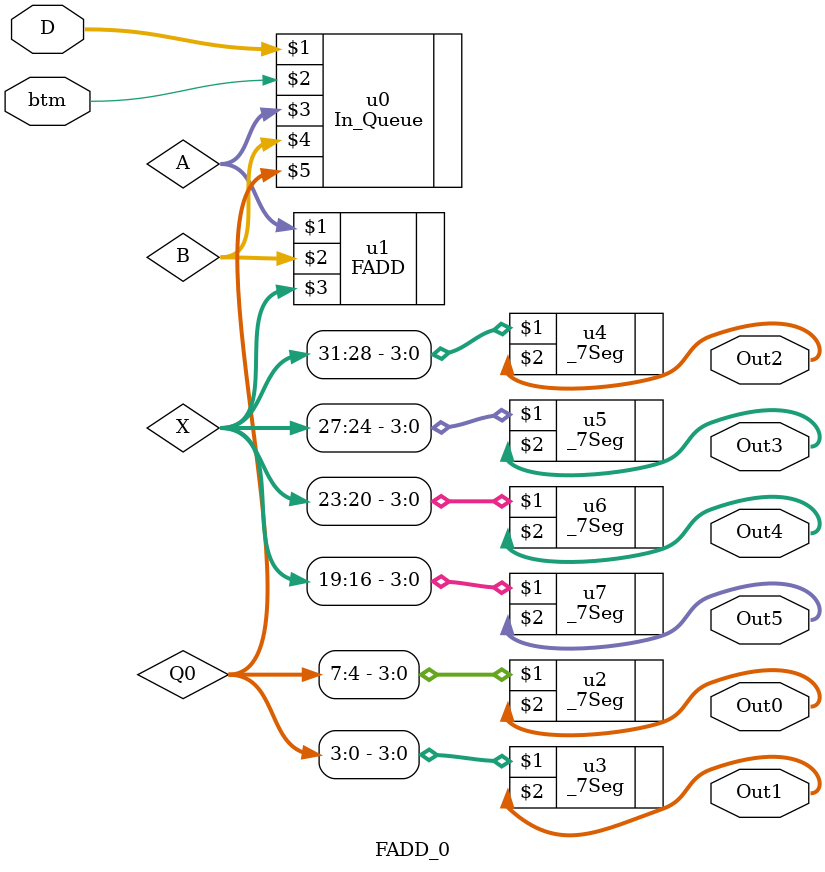
<source format=v>
module FADD_0 (D,btm,Out0,Out1,Out2,Out3,Out4,Out5);
input [7:0] D;
input btm;
output [6:0] Out0,Out1,Out2,Out3,Out4,Out5;
wire [31:0] A,B,X;
wire [7:0] Q0;

In_Queue u0(D,btm,A,B,Q0);
FADD u1(A,B,X);
_7Seg u2(Q0[7:4],Out0);
_7Seg u3(Q0[3:0],Out1);
_7Seg u4(X[31:28],Out2);
_7Seg u5(X[27:24],Out3);
_7Seg u6(X[23:20],Out4);
_7Seg u7(X[19:16],Out5);

endmodule
</source>
